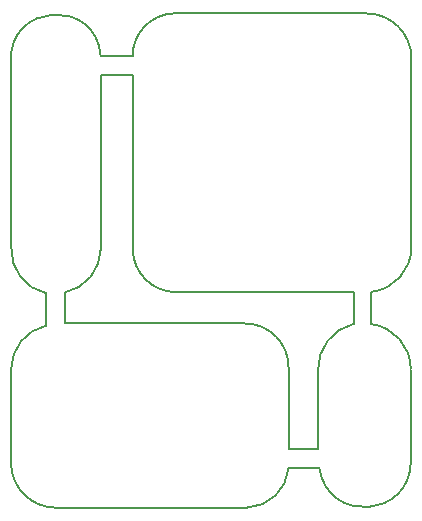
<source format=gm1>
%TF.GenerationSoftware,KiCad,Pcbnew,4.0.4+e1-6308~48~ubuntu14.04.1-stable*%
%TF.CreationDate,2016-11-21T10:30:33-08:00*%
%TF.ProjectId,VibeMotor-Button-Battery,566962654D6F746F722D427574746F6E,rev?*%
%TF.FileFunction,Profile,NP*%
%FSLAX46Y46*%
G04 Gerber Fmt 4.6, Leading zero omitted, Abs format (unit mm)*
G04 Created by KiCad (PCBNEW 4.0.4+e1-6308~48~ubuntu14.04.1-stable) date Mon Nov 21 10:30:33 2016*
%MOMM*%
%LPD*%
G01*
G04 APERTURE LIST*
%ADD10C,0.350000*%
%ADD11C,0.152400*%
G04 APERTURE END LIST*
D10*
D11*
X151100000Y-122250000D02*
X167300000Y-122250000D01*
X147300000Y-118499996D02*
G75*
G03X151099671Y-122250000I3799671J49996D01*
G01*
X147300000Y-110550000D02*
X147300000Y-118500000D01*
X150305536Y-106825589D02*
G75*
G03X147309048Y-110539666I803512J-3714077D01*
G01*
X176285224Y-106691005D02*
G75*
G03X173295014Y-110572950I959790J-3831945D01*
G01*
X181150000Y-110500000D02*
G75*
G03X177783864Y-106700000I-3827960J0D01*
G01*
X181150000Y-118300000D02*
X181150000Y-110600000D01*
X173400000Y-118900000D02*
G75*
G03X181154650Y-118306977I3854650J593023D01*
G01*
X167297923Y-122239750D02*
G75*
G03X170800000Y-118900000I-125433J3637552D01*
G01*
X170800000Y-118900000D02*
X173400000Y-118900000D01*
X173300000Y-111500000D02*
X173300000Y-110600000D01*
X173300000Y-117300000D02*
X173300000Y-111500000D01*
X170800000Y-117300000D02*
X173300000Y-117300000D01*
X170800000Y-110400000D02*
X170800000Y-117300000D01*
X170799662Y-110399995D02*
G75*
G03X167100000Y-106650000I-3699662J49995D01*
G01*
X151850000Y-106650000D02*
X167150000Y-106650000D01*
X151850000Y-104000000D02*
X151850000Y-106650000D01*
X150300000Y-104100000D02*
X150300000Y-106800000D01*
X147319469Y-100206127D02*
G75*
G03X150300000Y-104100000I3780531J-193873D01*
G01*
X147300000Y-100200000D02*
X147300000Y-84500000D01*
X151846269Y-104025702D02*
G75*
G03X154898685Y-100299965I-747584J3725737D01*
G01*
X154900000Y-85600000D02*
X154900000Y-100400000D01*
X157600000Y-85600000D02*
X154900000Y-85600000D01*
X157600000Y-100400000D02*
X157600000Y-85600000D01*
X157600000Y-100397335D02*
G75*
G03X161298720Y-104000000I3698720J97335D01*
G01*
X176300000Y-104000000D02*
X161300000Y-104000000D01*
X176300000Y-104000000D02*
X176300000Y-106700000D01*
X177800000Y-104000000D02*
X177800000Y-106700000D01*
X177797802Y-103979121D02*
G75*
G03X181200000Y-100200000I-397802J3779121D01*
G01*
X181200000Y-84200000D02*
X181200000Y-100300000D01*
X181200000Y-84200000D02*
G75*
G03X177400000Y-80400000I-3800000J0D01*
G01*
X161100000Y-80400000D02*
X177400000Y-80400000D01*
X161100039Y-80401388D02*
G75*
G03X157600000Y-84000000I99961J-3598612D01*
G01*
X154900000Y-84000000D02*
X157600000Y-84000000D01*
X154896942Y-84000242D02*
G75*
G03X147296428Y-84498649I-3796942J-299758D01*
G01*
M02*

</source>
